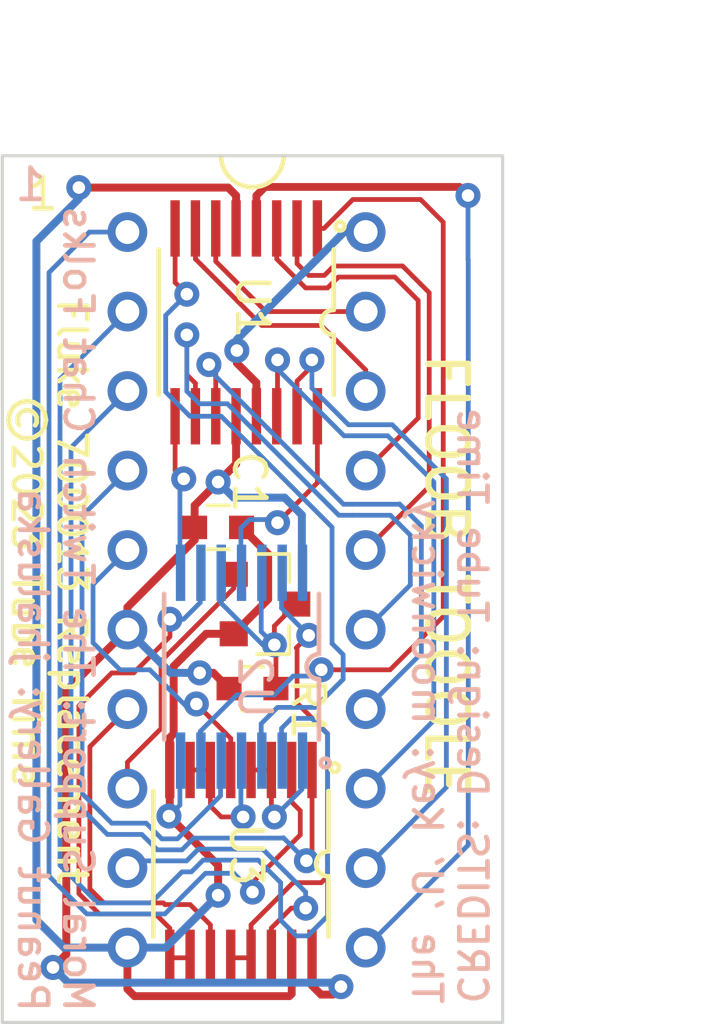
<source format=kicad_pcb>
(kicad_pcb (version 20211014) (generator pcbnew)
  (title_block (title "FLOOB TOOOLE") (comment 1 "http://creativecommons.org/licenses/by-sa/4.0/") (comment 2 "4.0 International License. To view a copy of the license, visit") (comment 3 "This work is licensed under the Creative Commons Attribution-ShareAlike") (comment 4 "Copyright (C) 2023 Tube Time"))
  (layers (0 "F.Cu" signal) (31 "B.Cu" signal) (34 "B.Paste" user) (35 "F.Paste" user) (36 "B.SilkS" user "B.Silkscreen") (37 "F.SilkS" user "F.Silkscreen") (38 "B.Mask" user) (39 "F.Mask" user) (44 "Edge.Cuts" user))
  (net 0 "")
  (net 1 "+5V")
  (net 2 "GND")
  (net 3 "/DB_A")
  (net 4 "/EN_A")
  (net 5 "/~{LATCH}")
  (net 6 "/EN_B")
  (net 7 "/DB_B")
  (net 8 "/DB_C")
  (net 9 "/~{EN_CD}")
  (net 10 "/DB_D")
  (net 11 "VEE")
  (net 12 "Net-(J1-Pad12)")
  (net 13 "Net-(J1-Pad13)")
  (net 14 "Net-(J1-Pad14)")
  (net 15 "Net-(J1-Pad15)")
  (net 16 "Net-(J1-Pad16)")
  (net 17 "Net-(J1-Pad17)")
  (net 18 "Net-(J1-Pad18)")
  (net 19 "VDD")
  (net 20 "Net-(Q1-Pad3)")
  (net 21 "Net-(U1-Pad9)")
  (net 22 "Net-(U1-Pad16)")
  (net 23 "Net-(U2-Pad9)")
  (net 24 "Net-(U1-Pad1)")
  (net 25 "Net-(U2-Pad4)")
  (net 26 "Net-(U2-Pad1)")
  (net 27 "Net-(U1-Pad8)")
  (net 28 "Net-(U2-Pad13)")
  (net 29 "Net-(J1-Pad19)")
  (footprint "Passive:CAPC1608X100" (layer "F.Cu") (at 143.9 89.85)
    (fp_text reference "C1" (at 1 -1.45 270 unlocked) (layer "F.SilkS"))
    (fp_text value "0.1uF")
    (fp_line (start -0.35 -0.7) (end 0.35 -0.7) (layer "F.SilkS") (width 0.12))
    (fp_line (start 0.35 0.7) (end -0.35 0.7) (layer "F.SilkS") (width 0.12))
    (pad "1" smd rect locked (at -0.75 0) (size 0.8 0.75) (layers "F.Cu" "F.Paste" "F.Mask") (net 1 "+5V"))
    (pad "2" smd rect locked (at 0.75 0) (size 0.8 0.75) (layers "F.Cu" "F.Paste" "F.Mask") (net 2 "GND"))
  )
  (footprint "Active:TSOP65P640X110-16" (layer "F.Cu") (at 144.8 83.3 -90)
    (fp_text reference "U1" (at -0.5 -0.2 -90 unlocked) (layer "F.SilkS"))
    (fp_text value "DG412xUE")
    (fp_line (start -2.325 2.8) (end 2.325 2.8) (layer "F.SilkS") (width 0.15))
    (fp_line (start 0.4 -2.8) (end 2.325 -2.8) (layer "F.SilkS") (width 0.15))
    (fp_line (start -2.325 -2.8) (end -0.4 -2.8) (layer "F.SilkS") (width 0.15))
    (fp_arc (start 0.4 -2.8) (mid 0 -2.4) (end -0.4 -2.8) (layer "F.SilkS") (width 0.15))
    (fp_circle (center -3.075 -3) (end -2.975 -2.9) (layer "F.SilkS") (width 0.15) (fill none))
    (pad "1" smd rect (at -3 -2.275 270) (size 1.8 0.3) (layers "F.Cu" "F.Paste" "F.Mask") (net 24 "Net-(U1-Pad1)"))
    (pad "2" smd rect (at -3 -1.625 270) (size 1.8 0.3) (layers "F.Cu" "F.Paste" "F.Mask") (net 16 "Net-(J1-Pad16)"))
    (pad "3" smd rect (at -3 -0.975 270) (size 1.8 0.3) (layers "F.Cu" "F.Paste" "F.Mask") (net 17 "Net-(J1-Pad17)"))
    (pad "4" smd rect (at -3 -0.325 270) (size 1.8 0.3) (layers "F.Cu" "F.Paste" "F.Mask") (net 11 "VEE"))
    (pad "5" smd rect (at -3 0.325 270) (size 1.8 0.3) (layers "F.Cu" "F.Paste" "F.Mask") (net 2 "GND"))
    (pad "6" smd rect (at -3 0.975 270) (size 1.8 0.3) (layers "F.Cu" "F.Paste" "F.Mask") (net 29 "Net-(J1-Pad19)"))
    (pad "7" smd rect (at -3 1.625 270) (size 1.8 0.3) (layers "F.Cu" "F.Paste" "F.Mask") (net 18 "Net-(J1-Pad18)"))
    (pad "8" smd rect (at -3 2.275 270) (size 1.8 0.3) (layers "F.Cu" "F.Paste" "F.Mask") (net 27 "Net-(U1-Pad8)"))
    (pad "9" smd rect (at 3 2.275 270) (size 1.8 0.3) (layers "F.Cu" "F.Paste" "F.Mask") (net 21 "Net-(U1-Pad9)"))
    (pad "10" smd rect (at 3 1.625 270) (size 1.8 0.3) (layers "F.Cu" "F.Paste" "F.Mask") (net 15 "Net-(J1-Pad15)"))
    (pad "11" smd rect (at 3 0.975 270) (size 1.8 0.3) (layers "F.Cu" "F.Paste" "F.Mask") (net 14 "Net-(J1-Pad14)"))
    (pad "12" smd rect (at 3 0.325 270) (size 1.8 0.3) (layers "F.Cu" "F.Paste" "F.Mask") (net 1 "+5V"))
    (pad "13" smd rect (at 3 -0.325 270) (size 1.8 0.3) (layers "F.Cu" "F.Paste" "F.Mask") (net 19 "VDD"))
    (pad "14" smd rect (at 3 -0.975 270) (size 1.8 0.3) (layers "F.Cu" "F.Paste" "F.Mask") (net 13 "Net-(J1-Pad13)"))
    (pad "15" smd rect (at 3 -1.625 270) (size 1.8 0.3) (layers "F.Cu" "F.Paste" "F.Mask") (net 12 "Net-(J1-Pad12)"))
    (pad "16" smd rect (at 3 -2.275 270) (size 1.8 0.3) (layers "F.Cu" "F.Paste" "F.Mask") (net 22 "Net-(U1-Pad16)"))
  )
  (footprint "Passive:RESC1608X55" (layer "F.Cu") (at 145 95)
    (fp_text reference "R1" (at 1.775 0.65 270 unlocked) (layer "F.SilkS"))
    (fp_text value "1K")
    (fp_line (start -0.35 -0.7) (end 0.35 -0.7) (layer "F.SilkS") (width 0.12))
    (fp_line (start 0.35 0.7) (end -0.35 0.7) (layer "F.SilkS") (width 0.12))
    (pad "1" smd rect locked (at -0.75 0) (size 0.8 0.75) (layers "F.Cu" "F.Paste" "F.Mask") (net 1 "+5V"))
    (pad "2" smd rect locked (at 0.75 0) (size 0.8 0.75) (layers "F.Cu" "F.Paste" "F.Mask") (net 20 "Net-(Q1-Pad3)"))
  )
  (footprint "Active:SOT95P230X117-3" (layer "F.Cu") (at 145.4 92.3)
    (fp_text reference "Q1" hide)
    (fp_text value "2N7002")
    (fp_line (start 0.775 1.6) (end -0.25 1.6) (layer "F.SilkS") (width 0.12))
    (fp_line (start 0.775 -1.6) (end -0.225 -1.6) (layer "F.SilkS") (width 0.12))
    (fp_line (start 0.775 -1.6) (end 0.775 -0.7) (layer "F.SilkS") (width 0.12))
    (fp_line (start 0.775 1.6) (end 0.775 0.7) (layer "F.SilkS") (width 0.12))
    (pad "1" smd rect locked (at -1 -0.95) (size 0.9 0.8) (layers "F.Cu" "F.Paste" "F.Mask") (net 9 "/~{EN_CD}"))
    (pad "2" smd rect locked (at -1 0.95) (size 0.9 0.8) (layers "F.Cu" "F.Paste" "F.Mask") (net 2 "GND"))
    (pad "3" smd rect locked (at 1 0) (size 0.9 0.8) (layers "F.Cu" "F.Paste" "F.Mask") (net 20 "Net-(Q1-Pad3)"))
  )
  (footprint "Active:TSOP65P640X110-16" (layer "F.Cu") (at 144.62929 100.6 -90)
    (fp_text reference "U3" (at -0.3 -0.17071 -90 unlocked) (layer "F.SilkS"))
    (fp_text value "74LS157")
    (fp_line (start -2.325 -2.8) (end -0.4 -2.8) (layer "F.SilkS") (width 0.15))
    (fp_line (start 0.4 -2.8) (end 2.325 -2.8) (layer "F.SilkS") (width 0.15))
    (fp_line (start -2.325 2.8) (end 2.325 2.8) (layer "F.SilkS") (width 0.15))
    (fp_arc (start 0.4 -2.8) (mid 0 -2.4) (end -0.4 -2.8) (layer "F.SilkS") (width 0.15))
    (fp_circle (center -3.075 -3) (end -2.975 -2.9) (layer "F.SilkS") (width 0.15) (fill none))
    (pad "1" smd rect (at -3 -2.275 270) (size 1.8 0.3) (layers "F.Cu" "F.Paste" "F.Mask") (net 5 "/~{LATCH}"))
    (pad "2" smd rect (at -3 -1.625 270) (size 1.8 0.3) (layers "F.Cu" "F.Paste" "F.Mask") (net 3 "/DB_A"))
    (pad "3" smd rect (at -3 -0.975 270) (size 1.8 0.3) (layers "F.Cu" "F.Paste" "F.Mask") (net 26 "Net-(U2-Pad1)"))
    (pad "4" smd rect (at -3 -0.325 270) (size 1.8 0.3) (layers "F.Cu" "F.Paste" "F.Mask") (net 26 "Net-(U2-Pad1)"))
    (pad "5" smd rect (at -3 0.325 270) (size 1.8 0.3) (layers "F.Cu" "F.Paste" "F.Mask") (net 7 "/DB_B"))
    (pad "6" smd rect (at -3 0.975 270) (size 1.8 0.3) (layers "F.Cu" "F.Paste" "F.Mask") (net 25 "Net-(U2-Pad4)"))
    (pad "7" smd rect (at -3 1.625 270) (size 1.8 0.3) (layers "F.Cu" "F.Paste" "F.Mask") (net 25 "Net-(U2-Pad4)"))
    (pad "8" smd rect (at -3 2.275 270) (size 1.8 0.3) (layers "F.Cu" "F.Paste" "F.Mask") (net 2 "GND"))
    (pad "9" smd rect (at 3 2.275 270) (size 1.8 0.3) (layers "F.Cu" "F.Paste" "F.Mask") (net 23 "Net-(U2-Pad9)"))
    (pad "10" smd rect (at 3 1.625 270) (size 1.8 0.3) (layers "F.Cu" "F.Paste" "F.Mask") (net 23 "Net-(U2-Pad9)"))
    (pad "11" smd rect (at 3 0.975 270) (size 1.8 0.3) (layers "F.Cu" "F.Paste" "F.Mask") (net 8 "/DB_C"))
    (pad "12" smd rect (at 3 0.325 270) (size 1.8 0.3) (layers "F.Cu" "F.Paste" "F.Mask") (net 28 "Net-(U2-Pad13)"))
    (pad "13" smd rect (at 3 -0.325 270) (size 1.8 0.3) (layers "F.Cu" "F.Paste" "F.Mask") (net 28 "Net-(U2-Pad13)"))
    (pad "14" smd rect (at 3 -0.975 270) (size 1.8 0.3) (layers "F.Cu" "F.Paste" "F.Mask") (net 10 "/DB_D"))
    (pad "15" smd rect (at 3 -1.625 270) (size 1.8 0.3) (layers "F.Cu" "F.Paste" "F.Mask") (net 2 "GND"))
    (pad "16" smd rect (at 3 -2.275 270) (size 1.8 0.3) (layers "F.Cu" "F.Paste" "F.Mask") (net 1 "+5V"))
  )
  (footprint "TOOOLE:DIP20" (layer "F.Cu") (at 141 80.415)
    (fp_text reference "J1" hide)
    (fp_text value "Conn_02x10_Counter_Clockwise" hide)
    (pad "1" thru_hole circle (at 0 0) (size 1.27 1.27) (drill 0.762) (layers *.Cu *.Mask) (net 3 "/DB_A"))
    (pad "2" thru_hole circle (at 0 2.54) (size 1.27 1.27) (drill 0.762) (layers *.Cu *.Mask) (net 4 "/EN_A"))
    (pad "3" thru_hole circle (at 0 5.08) (size 1.27 1.27) (drill 0.762) (layers *.Cu *.Mask) (net 5 "/~{LATCH}"))
    (pad "4" thru_hole circle (at 0 7.62) (size 1.27 1.27) (drill 0.762) (layers *.Cu *.Mask) (net 6 "/EN_B"))
    (pad "5" thru_hole circle (at 0 10.16) (size 1.27 1.27) (drill 0.762) (layers *.Cu *.Mask) (net 7 "/DB_B"))
    (pad "6" thru_hole circle (at 0 12.7) (size 1.27 1.27) (drill 0.762) (layers *.Cu *.Mask) (net 1 "+5V"))
    (pad "7" thru_hole circle (at 0 15.24) (size 1.27 1.27) (drill 0.762) (layers *.Cu *.Mask) (net 8 "/DB_C"))
    (pad "8" thru_hole circle (at 0 17.78) (size 1.27 1.27) (drill 0.762) (layers *.Cu *.Mask) (net 9 "/~{EN_CD}"))
    (pad "9" thru_hole circle (at 0 20.32) (size 1.27 1.27) (drill 0.762) (layers *.Cu *.Mask) (net 10 "/DB_D"))
    (pad "10" thru_hole circle (at 0 22.86) (size 1.27 1.27) (drill 0.762) (layers *.Cu *.Mask) (net 2 "GND"))
    (pad "11" thru_hole circle (at 7.62 22.86) (size 1.27 1.27) (drill 0.762) (layers *.Cu *.Mask) (net 11 "VEE"))
    (pad "12" thru_hole circle (at 7.62 20.32) (size 1.27 1.27) (drill 0.762) (layers *.Cu *.Mask) (net 12 "Net-(J1-Pad12)"))
    (pad "13" thru_hole circle (at 7.62 17.78) (size 1.27 1.27) (drill 0.762) (layers *.Cu *.Mask) (net 13 "Net-(J1-Pad13)"))
    (pad "14" thru_hole circle (at 7.62 15.24) (size 1.27 1.27) (drill 0.762) (layers *.Cu *.Mask) (net 14 "Net-(J1-Pad14)"))
    (pad "15" thru_hole circle (at 7.62 12.7) (size 1.27 1.27) (drill 0.762) (layers *.Cu *.Mask) (net 15 "Net-(J1-Pad15)"))
    (pad "16" thru_hole circle (at 7.62 10.16) (size 1.27 1.27) (drill 0.762) (layers *.Cu *.Mask) (net 16 "Net-(J1-Pad16)"))
    (pad "17" thru_hole circle (at 7.62 7.62) (size 1.27 1.27) (drill 0.762) (layers *.Cu *.Mask) (net 17 "Net-(J1-Pad17)"))
    (pad "18" thru_hole circle (at 7.62 5.08) (size 1.27 1.27) (drill 0.762) (layers *.Cu *.Mask) (net 18 "Net-(J1-Pad18)"))
    (pad "19" thru_hole circle (at 7.62 2.54) (size 1.27 1.27) (drill 0.762) (layers *.Cu *.Mask) (net 29 "Net-(J1-Pad19)"))
    (pad "20" thru_hole circle (at 7.62 0) (size 1.27 1.27) (drill 0.762) (layers *.Cu *.Mask) (net 19 "VDD"))
  )
  (footprint "Active:TSOP65P640X110-14" (layer "B.Cu") (at 144.65 94.3 90)
    (fp_text reference "U2" (at -0.65 0.425 270 unlocked) (layer "B.SilkS") (effects (justify mirror)))
    (fp_text value "SN74AHCT157PWR")
    (fp_line (start -2.325 2.475) (end -0.4 2.475) (layer "B.SilkS") (width 0.15))
    (fp_line (start -2.325 -2.475) (end 2.325 -2.475) (layer "B.SilkS") (width 0.15))
    (fp_line (start 0.4 2.475) (end 2.325 2.475) (layer "B.SilkS") (width 0.15))
    (fp_arc (start -0.4 2.475) (mid 0 2.075) (end 0.4 2.475) (layer "B.SilkS") (width 0.15))
    (fp_circle (center -3.075 2.675) (end -2.975 2.575) (layer "B.SilkS") (width 0.15) (fill none))
    (pad "1" smd rect (at -3 1.95 90) (size 1.8 0.3) (layers "B.Cu" "B.Paste" "B.Mask") (net 26 "Net-(U2-Pad1)"))
    (pad "2" smd rect (at -3 1.3 90) (size 1.8 0.3) (layers "B.Cu" "B.Paste" "B.Mask") (net 4 "/EN_A"))
    (pad "3" smd rect (at -3 0.65 90) (size 1.8 0.3) (layers "B.Cu" "B.Paste" "B.Mask") (net 27 "Net-(U1-Pad8)"))
    (pad "4" smd rect (at -3 0 90) (size 1.8 0.3) (layers "B.Cu" "B.Paste" "B.Mask") (net 25 "Net-(U2-Pad4)"))
    (pad "5" smd rect (at -3 -0.65 90) (size 1.8 0.3) (layers "B.Cu" "B.Paste" "B.Mask") (net 6 "/EN_B"))
    (pad "6" smd rect (at -3 -1.3 90) (size 1.8 0.3) (layers "B.Cu" "B.Paste" "B.Mask") (net 24 "Net-(U1-Pad1)"))
    (pad "7" smd rect (at -3 -1.95 90) (size 1.8 0.3) (layers "B.Cu" "B.Paste" "B.Mask") (net 2 "GND"))
    (pad "8" smd rect (at 3 -1.95 90) (size 1.8 0.3) (layers "B.Cu" "B.Paste" "B.Mask") (net 21 "Net-(U1-Pad9)"))
    (pad "9" smd rect (at 3 -1.3 90) (size 1.8 0.3) (layers "B.Cu" "B.Paste" "B.Mask") (net 23 "Net-(U2-Pad9)"))
    (pad "10" smd rect (at 3 -0.65 90) (size 1.8 0.3) (layers "B.Cu" "B.Paste" "B.Mask") (net 20 "Net-(Q1-Pad3)"))
    (pad "11" smd rect (at 3 0 90) (size 1.8 0.3) (layers "B.Cu" "B.Paste" "B.Mask") (net 22 "Net-(U1-Pad16)"))
    (pad "12" smd rect (at 3 0.65 90) (size 1.8 0.3) (layers "B.Cu" "B.Paste" "B.Mask") (net 20 "Net-(Q1-Pad3)"))
    (pad "13" smd rect (at 3 1.3 90) (size 1.8 0.3) (layers "B.Cu" "B.Paste" "B.Mask") (net 28 "Net-(U2-Pad13)"))
    (pad "14" smd rect (at 3 1.95 90) (size 1.8 0.3) (layers "B.Cu" "B.Paste" "B.Mask") (net 1 "+5V"))
  )
  (gr_arc (start 146 77.978) (mid 144.997507 78.980494) (end 143.995013 77.978) (layer "F.SilkS") (width 0.15))
  (gr_line (start 137 77.978) (end 153 77.978) (layer "Edge.Cuts") (width 0.1))
  (gr_line (start 153 77.978) (end 153 105.664) (layer "Edge.Cuts") (width 0.1))
  (gr_line (start 137 105.664) (end 137 77.978) (layer "Edge.Cuts") (width 0.1))
  (gr_line (start 153 105.664) (end 137 105.664) (layer "Edge.Cuts") (width 0.1))
  (gr_text "1" (at 137.9 78.9) (layer "B.SilkS") (effects (font (size 1 1)) (justify mirror)))
  (gr_text "Moral Support: The Twitch Chat Folks\nPeanut Gallery: jhaluska" (at 138.7 105.41 270) (layer "B.SilkS") (effects (font (size 0.9 0.9)) (justify left mirror)))
  (gr_text "CREDITS: Design: Tube Time\nThe 'U' Key: moonwicky" (at 151.3 105.156 270) (layer "B.SilkS") (effects (font (size 0.9 0.9)) (justify left mirror)))
  (gr_text "FLOOB TOOOLE" (at 151.2 91.4 270) (layer "F.SilkS") (effects (font (size 1.27 1.27) (thickness 0.2032))))
  (gr_text "1" (at 138.3 79.2) (layer "F.SilkS") (effects (font (size 1 1))))
  (gr_text "Fluke 700013 Replacement\n©2023 Tube Time" (at 138.5 91.9 270) (layer "F.SilkS") (effects (font (size 0.9 0.9) (thickness 0.1524))))
  (segment (start 143.310956 94.497304) (end 143.747304 94.497304) (width 0.254) (layer "F.Cu") (net 1))
  (segment (start 144.475 87.825) (end 143.9 88.4) (width 0.254) (layer "F.Cu") (net 1))
  (segment (start 147.191645 104.775) (end 146.90429 104.487645) (width 0.254) (layer "F.Cu") (net 1))
  (segment (start 141 92.4) (end 143.15 90.25) (width 0.254) (layer "F.Cu") (net 1))
  (segment (start 143.9 88.4) (end 143.15 89.15) (width 0.254) (layer "F.Cu") (net 1))
  (segment (start 139.04536 95.06964) (end 141 93.115) (width 0.254) (layer "F.Cu") (net 1))
  (segment (start 147.828 104.521) (end 147.574 104.775) (width 0.254) (layer "F.Cu") (net 1))
  (segment (start 144.475 86.3) (end 144.475 87.825) (width 0.254) (layer "F.Cu") (net 1))
  (segment (start 143.747304 94.497304) (end 144.25 95) (width 0.254) (layer "F.Cu") (net 1))
  (segment (start 146.90429 104.487645) (end 146.90429 103.6) (width 0.254) (layer "F.Cu") (net 1))
  (segment (start 141 93.115) (end 141 92.4) (width 0.254) (layer "F.Cu") (net 1))
  (segment (start 147.574 104.775) (end 147.191645 104.775) (width 0.254) (layer "F.Cu") (net 1))
  (segment (start 139.04536 103.48399) (end 139.04536 95.06964) (width 0.254) (layer "F.Cu") (net 1))
  (segment (start 138.620314 103.909036) (end 139.04536 103.48399) (width 0.254) (layer "F.Cu") (net 1))
  (segment (start 143.15 89.15) (end 143.15 89.85) (width 0.254) (layer "F.Cu") (net 1))
  (segment (start 143.15 90.25) (end 143.15 89.85) (width 0.254) (layer "F.Cu") (net 1))
  (via (at 143.9 88.4) (size 0.8) (drill 0.4) (layers "F.Cu" "B.Cu") (net 1))
  (via (at 138.620314 103.909036) (size 0.8) (drill 0.4) (layers "F.Cu" "B.Cu") (net 1))
  (via (at 143.310956 94.497304) (size 0.8) (drill 0.4) (layers "F.Cu" "B.Cu") (net 1))
  (via (at 147.828 104.521) (size 0.8) (drill 0.4) (layers "F.Cu" "B.Cu") (net 1))
  (segment (start 146.57929 89.451847) (end 146.027443 88.9) (width 0.254) (layer "B.Cu") (net 1))
  (segment (start 147.828 104.521) (end 147.701 104.394) (width 0.254) (layer "B.Cu") (net 1))
  (segment (start 146.57929 91.3) (end 146.57929 89.451847) (width 0.254) (layer "B.Cu") (net 1))
  (segment (start 142.382304 94.497304) (end 141 93.115) (width 0.254) (layer "B.Cu") (net 1))
  (segment (start 146.027443 88.9) (end 144.4 88.9) (width 0.254) (layer "B.Cu") (net 1))
  (segment (start 143.310956 94.497304) (end 142.382304 94.497304) (width 0.254) (layer "B.Cu") (net 1))
  (segment (start 144.4 88.9) (end 143.9 88.4) (width 0.254) (layer "B.Cu") (net 1))
  (segment (start 139.105278 104.394) (end 138.620314 103.909036) (width 0.254) (layer "B.Cu") (net 1))
  (segment (start 147.701 104.394) (end 139.105278 104.394) (width 0.254) (layer "B.Cu") (net 1))
  (segment (start 143.517222 93.25) (end 144.4 93.25) (width 0.254) (layer "F.Cu") (net 2))
  (segment (start 141 103.275) (end 141 104.6) (width 0.25) (layer "F.Cu") (net 2))
  (segment (start 142.35429 99.04571) (end 142.327793 99.072207) (width 0.254) (layer "F.Cu") (net 2))
  (segment (start 144.4 93.25) (end 145.5 92.15) (width 0.254) (layer "F.Cu") (net 2))
  (segment (start 145.5 90.7) (end 144.65 89.85) (width 0.254) (layer "F.Cu") (net 2))
  (segment (start 146.25429 104.75429) (end 146.25429 103.6) (width 0.25) (layer "F.Cu") (net 2))
  (segment (start 142.478431 96.443969) (end 142.478431 94.288791) (width 0.254) (layer "F.Cu") (net 2))
  (segment (start 142.35429 96.56811) (end 142.478431 96.443969) (width 0.254) (layer "F.Cu") (net 2))
  (segment (start 141.224511 104.824511) (end 146.184069 104.824511) (width 0.25) (layer "F.Cu") (net 2))
  (segment (start 142.35429 97.6) (end 142.35429 99.04571) (width 0.254) (layer "F.Cu") (net 2))
  (segment (start 143.9 101.6) (end 143.9 100.644414) (width 0.254) (layer "F.Cu") (net 2))
  (segment (start 145.5 92.15) (end 145.5 90.7) (width 0.254) (layer "F.Cu") (net 2))
  (segment (start 142.35429 97.6) (end 142.35429 96.56811) (width 0.254) (layer "F.Cu") (net 2))
  (segment (start 146.184069 104.824511) (end 146.25429 104.75429) (width 0.25) (layer "F.Cu") (net 2))
  (segment (start 144.222022 78.994) (end 144.475 79.246978) (width 0.254) (layer "F.Cu") (net 2))
  (segment (start 139.446 78.994) (end 144.222022 78.994) (width 0.254) (layer "F.Cu") (net 2))
  (segment (start 143.9 100.644414) (end 142.327793 99.072207) (width 0.254) (layer "F.Cu") (net 2))
  (segment (start 142.478431 94.288791) (end 143.517222 93.25) (width 0.254) (layer "F.Cu") (net 2))
  (segment (start 141 104.6) (end 141.224511 104.824511) (width 0.25) (layer "F.Cu") (net 2))
  (segment (start 144.475 79.246978) (end 144.475 80.3) (width 0.254) (layer "F.Cu") (net 2))
  (via (at 142.327793 99.072207) (size 0.8) (drill 0.4) (layers "F.Cu" "B.Cu") (net 2))
  (via (at 139.446 78.994) (size 0.8) (drill 0.4) (layers "F.Cu" "B.Cu") (net 2))
  (via (at 143.9 101.6) (size 0.8) (drill 0.4) (layers "F.Cu" "B.Cu") (net 2))
  (segment (start 142.67929 98.72071) (end 142.67929 97.3) (width 0.1524) (layer "B.Cu") (net 2))
  (segment (start 139.446 79.354) (end 138.0896 80.7104) (width 0.254) (layer "B.Cu") (net 2))
  (segment (start 138.0896 102.3896) (end 138.975 103.275) (width 0.254) (layer "B.Cu") (net 2))
  (segment (start 138.975 103.275) (end 141 103.275) (width 0.254) (layer "B.Cu") (net 2))
  (segment (start 142.225 103.275) (end 143.9 101.6) (width 0.254) (layer "B.Cu") (net 2))
  (segment (start 142.327793 99.072207) (end 142.67929 98.72071) (width 0.1524) (layer "B.Cu") (net 2))
  (segment (start 139.446 78.994) (end 139.446 79.354) (width 0.254) (layer "B.Cu") (net 2))
  (segment (start 138.0896 80.7104) (end 138.0896 102.3896) (width 0.254) (layer "B.Cu") (net 2))
  (segment (start 141 103.275) (end 142.225 103.275) (width 0.254) (layer "B.Cu") (net 2))
  (segment (start 146.527801 99.672199) (end 145 101.2) (width 0.1524) (layer "F.Cu") (net 3))
  (segment (start 146.527801 98.9) (end 146.527801 99.672199) (width 0.1524) (layer "F.Cu") (net 3))
  (segment (start 146.25429 97.6) (end 146.25429 98.626489) (width 0.1524) (layer "F.Cu") (net 3))
  (segment (start 145 101.2) (end 145 101.5) (width 0.1524) (layer "F.Cu") (net 3))
  (segment (start 146.25429 98.626489) (end 146.527801 98.9) (width 0.1524) (layer "F.Cu") (net 3))
  (via (at 145 101.5) (size 0.8) (drill 0.4) (layers "F.Cu" "B.Cu") (net 3))
  (segment (start 141 80.415) (end 139.785 80.415) (width 0.1524) (layer "B.Cu") (net 3))
  (segment (start 138.49232 100.99232) (end 139.699289 102.199289) (width 0.1524) (layer "B.Cu") (net 3))
  (segment (start 138.49232 81.70768) (end 138.49232 100.99232) (width 0.1524) (layer "B.Cu") (net 3))
  (segment (start 139.699289 102.199289) (end 142.198401 102.199289) (width 0.1524) (layer "B.Cu") (net 3))
  (segment (start 143.49769 100.9) (end 144.4 100.9) (width 0.1524) (layer "B.Cu") (net 3))
  (segment (start 144.4 100.9) (end 145 101.5) (width 0.1524) (layer "B.Cu") (net 3))
  (segment (start 142.198401 102.199289) (end 143.49769 100.9) (width 0.1524) (layer "B.Cu") (net 3))
  (segment (start 139.785 80.415) (end 138.49232 81.70768) (width 0.1524) (layer "B.Cu") (net 3))
  (segment (start 146.768399 102.9) (end 147.4 102.268399) (width 0.1524) (layer "B.Cu") (net 4))
  (segment (start 145.92929 96.27071) (end 145.92929 97.3) (width 0.1524) (layer "B.Cu") (net 4))
  (segment (start 141.752631 101.847369) (end 142.74424 100.85576) (width 0.1524) (layer "B.Cu") (net 4))
  (segment (start 143.420449 100.479551) (end 145.181861 100.479551) (width 0.1524) (layer "B.Cu") (net 4))
  (segment (start 145.9 101.19769) (end 145.9 102.4) (width 0.1524) (layer "B.Cu") (net 4))
  (segment (start 145.9 102.4) (end 146.4 102.9) (width 0.1524) (layer "B.Cu") (net 4))
  (segment (start 138.84424 100.64424) (end 140.047369 101.847369) (width 0.1524) (layer "B.Cu") (net 4))
  (segment (start 146.9 95.95192) (end 146.24808 95.95192) (width 0.1524) (layer "B.Cu") (net 4))
  (segment (start 138.84424 85.11076) (end 138.84424 100.64424) (width 0.1524) (layer "B.Cu") (net 4))
  (segment (start 146.4 102.9) (end 146.768399 102.9) (width 0.1524) (layer "B.Cu") (net 4))
  (segment (start 147.4 102.268399) (end 147.4 96.45192) (width 0.1524) (layer "B.Cu") (net 4))
  (segment (start 141 82.955) (end 138.84424 85.11076) (width 0.1524) (layer "B.Cu") (net 4))
  (segment (start 140.047369 101.847369) (end 141.752631 101.847369) (width 0.1524) (layer "B.Cu") (net 4))
  (segment (start 145.181861 100.479551) (end 145.9 101.19769) (width 0.1524) (layer "B.Cu") (net 4))
  (segment (start 146.24808 95.95192) (end 145.92929 96.27071) (width 0.1524) (layer "B.Cu") (net 4))
  (segment (start 143.04424 100.85576) (end 143.420449 100.479551) (width 0.1524) (layer "B.Cu") (net 4))
  (segment (start 147.4 96.45192) (end 146.9 95.95192) (width 0.1524) (layer "B.Cu") (net 4))
  (segment (start 142.74424 100.85576) (end 143.04424 100.85576) (width 0.1524) (layer "B.Cu") (net 4))
  (segment (start 146.90429 97.6) (end 146.90429 100.32001) (width 0.1524) (layer "F.Cu") (net 5))
  (segment (start 146.90429 100.32001) (end 146.7243 100.5) (width 0.1524) (layer "F.Cu") (net 5))
  (via (at 146.7243 100.5) (size 0.8) (drill 0.4) (layers "F.Cu" "B.Cu") (net 5))
  (segment (start 142.74577 100.15192) (end 141.95423 100.15192) (width 0.1524) (layer "B.Cu") (net 5))
  (segment (start 146.7243 100.5) (end 145.98995 99.76565) (width 0.1524) (layer "B.Cu") (net 5))
  (segment (start 143.121979 99.775711) (end 142.74577 100.15192) (width 0.1524) (layer "B.Cu") (net 5))
  (segment (start 145.98995 99.76565) (end 145.97989 99.775711) (width 0.1524) (layer "B.Cu") (net 5))
  (segment (start 145.97989 99.775711) (end 143.121979 99.775711) (width 0.1524) (layer "B.Cu") (net 5))
  (segment (start 141.95423 100.15192) (end 141.461599 99.659289) (width 0.1524) (layer "B.Cu") (net 5))
  (segment (start 139.19616 87.29884) (end 141 85.495) (width 0.1524) (layer "B.Cu") (net 5))
  (segment (start 139.19616 98.49616) (end 139.19616 87.29884) (width 0.1524) (layer "B.Cu") (net 5))
  (segment (start 140.359289 99.659289) (end 139.19616 98.49616) (width 0.1524) (layer "B.Cu") (net 5))
  (segment (start 141.461599 99.659289) (end 140.359289 99.659289) (width 0.1524) (layer "B.Cu") (net 5))
  (segment (start 140.5 99.3) (end 139.54808 98.34808) (width 0.1524) (layer "B.Cu") (net 6))
  (segment (start 139.54808 89.48692) (end 141 88.035) (width 0.1524) (layer "B.Cu") (net 6))
  (segment (start 142.6 99.8) (end 142.1 99.8) (width 0.1524) (layer "B.Cu") (net 6))
  (segment (start 139.54808 98.34808) (end 139.54808 89.48692) (width 0.1524) (layer "B.Cu") (net 6))
  (segment (start 141.6 99.3) (end 140.5 99.3) (width 0.1524) (layer "B.Cu") (net 6))
  (segment (start 142.1 99.8) (end 141.6 99.3) (width 0.1524) (layer "B.Cu") (net 6))
  (segment (start 143.97929 98.42071) (end 142.6 99.8) (width 0.1524) (layer "B.Cu") (net 6))
  (segment (start 143.97929 97.3) (end 143.97929 98.42071) (width 0.1524) (layer "B.Cu") (net 6))
  (segment (start 144.30429 96.590526) (end 144.30429 97.6) (width 0.1524) (layer "F.Cu") (net 7))
  (segment (start 143.204931 95.491167) (end 144.30429 96.590526) (width 0.1524) (layer "F.Cu") (net 7))
  (via (at 143.204931 95.491167) (size 0.8) (drill 0.4) (layers "F.Cu" "B.Cu") (net 7))
  (segment (start 143.1 95.6) (end 143.204931 95.495069) (width 0.1524) (layer "B.Cu") (net 7))
  (segment (start 141.715468 94.4) (end 142.915468 95.6) (width 0.1524) (layer "B.Cu") (net 7))
  (segment (start 139.9 93.536286) (end 140.763714 94.4) (width 0.1524) (layer "B.Cu") (net 7))
  (segment (start 142.915468 95.6) (end 143.1 95.6) (width 0.1524) (layer "B.Cu") (net 7))
  (segment (start 141 90.575) (end 139.9 91.675) (width 0.1524) (layer "B.Cu") (net 7))
  (segment (start 143.204931 95.495069) (end 143.204931 95.491167) (width 0.1524) (layer "B.Cu") (net 7))
  (segment (start 140.763714 94.4) (end 141.715468 94.4) (width 0.1524) (layer "B.Cu") (net 7))
  (segment (start 139.9 91.675) (end 139.9 93.536286) (width 0.1524) (layer "B.Cu") (net 7))
  (segment (start 143.00669 101.9) (end 143.65429 102.5476) (width 0.1524) (layer "F.Cu") (net 8))
  (segment (start 142.2 101.9) (end 143.00669 101.9) (width 0.1524) (layer "F.Cu") (net 8))
  (segment (start 141 95.655) (end 139.8 96.855) (width 0.1524) (layer "F.Cu") (net 8))
  (segment (start 143.65429 102.5476) (end 143.65429 103.6) (width 0.1524) (layer "F.Cu") (net 8))
  (segment (start 139.8 101.4) (end 140.247369 101.847369) (width 0.1524) (layer "F.Cu") (net 8))
  (segment (start 139.8 96.855) (end 139.8 101.4) (width 0.1524) (layer "F.Cu") (net 8))
  (segment (start 142.147369 101.847369) (end 142.2 101.9) (width 0.1524) (layer "F.Cu") (net 8))
  (segment (start 140.247369 101.847369) (end 142.147369 101.847369) (width 0.1524) (layer "F.Cu") (net 8))
  (segment (start 142.075711 94.121979) (end 144.4 91.79769) (width 0.1524) (layer "F.Cu") (net 9))
  (segment (start 142.075711 96.277157) (end 142.075711 94.121979) (width 0.1524) (layer "F.Cu") (net 9))
  (segment (start 141 97.352868) (end 142.075711 96.277157) (width 0.1524) (layer "F.Cu") (net 9))
  (segment (start 141 98.195) (end 141 97.352868) (width 0.1524) (layer "F.Cu") (net 9))
  (segment (start 144.4 91.79769) (end 144.4 91.35) (width 0.1524) (layer "F.Cu") (net 9))
  (segment (start 146.7 102.012798) (end 146.24007 102.012798) (width 0.1524) (layer "F.Cu") (net 10))
  (segment (start 146.24007 102.012798) (end 145.60429 102.648578) (width 0.1524) (layer "F.Cu") (net 10))
  (segment (start 145.60429 102.648578) (end 145.60429 103.6) (width 0.1524) (layer "F.Cu") (net 10))
  (via (at 146.7 102.012798) (size 0.8) (drill 0.4) (layers "F.Cu" "B.Cu") (net 10))
  (segment (start 146.7 102.012798) (end 146.7 101.5) (width 0.1524) (layer "B.Cu") (net 10))
  (segment (start 141.23116 100.50384) (end 141 100.735) (width 0.1524) (layer "B.Cu") (net 10))
  (segment (start 146.7 101.5) (end 145.327631 100.127631) (width 0.1524) (layer "B.Cu") (net 10))
  (segment (start 145.327631 100.127631) (end 143.267749 100.127631) (width 0.1524) (layer "B.Cu") (net 10))
  (segment (start 142.89154 100.50384) (end 141.23116 100.50384) (width 0.1524) (layer "B.Cu") (net 10))
  (segment (start 143.267749 100.127631) (end 142.89154 100.50384) (width 0.1524) (layer "B.Cu") (net 10))
  (segment (start 145.125 79.250978) (end 145.125 80.3) (width 0.25) (layer "F.Cu") (net 11))
  (segment (start 151.892 79.248) (end 151.61828 78.97428) (width 0.25) (layer "F.Cu") (net 11))
  (segment (start 145.401698 78.97428) (end 145.125 79.250978) (width 0.25) (layer "F.Cu") (net 11))
  (segment (start 151.61828 78.97428) (end 145.401698 78.97428) (width 0.25) (layer "F.Cu") (net 11))
  (via (at 151.892 79.248) (size 0.8) (drill 0.4) (layers "F.Cu" "B.Cu") (net 11))
  (segment (start 151.9 99.995) (end 148.62 103.275) (width 0.1524) (layer "B.Cu") (net 11))
  (segment (start 151.9 81.3) (end 151.9 99.995) (width 0.1524) (layer "B.Cu") (net 11))
  (segment (start 151.892 81.292) (end 151.9 81.3) (width 0.1524) (layer "B.Cu") (net 11))
  (segment (start 151.892 79.248) (end 151.892 81.292) (width 0.1524) (layer "B.Cu") (net 11))
  (segment (start 146.9 84.7) (end 146.425 85.175) (width 0.1524) (layer "F.Cu") (net 12))
  (segment (start 146.425 85.175) (end 146.425 86.3) (width 0.1524) (layer "F.Cu") (net 12))
  (segment (start 146.9 84.5) (end 146.9 84.7) (width 0.1524) (layer "F.Cu") (net 12))
  (via (at 146.9 84.5) (size 0.8) (drill 0.4) (layers "F.Cu" "B.Cu") (net 12))
  (segment (start 151.2 88.30231) (end 151.2 98.155) (width 0.1524) (layer "B.Cu") (net 12))
  (segment (start 151.2 98.155) (end 148.62 100.735) (width 0.1524) (layer "B.Cu") (net 12))
  (segment (start 148.070711 86.570711) (end 149.468401 86.570711) (width 0.1524) (layer "B.Cu") (net 12))
  (segment (start 146.9 84.5) (end 146.9 85.4) (width 0.1524) (layer "B.Cu") (net 12))
  (segment (start 146.9 85.4) (end 148.070711 86.570711) (width 0.1524) (layer "B.Cu") (net 12))
  (segment (start 149.468401 86.570711) (end 151.2 88.30231) (width 0.1524) (layer "B.Cu") (net 12))
  (segment (start 145.8 86.275) (end 145.775 86.3) (width 0.1524) (layer "F.Cu") (net 13))
  (segment (start 145.8 84.5) (end 145.8 86.275) (width 0.1524) (layer "F.Cu") (net 13))
  (via (at 145.8 84.5) (size 0.8) (drill 0.4) (layers "F.Cu" "B.Cu") (net 13))
  (segment (start 150.8 96.015) (end 148.62 98.195) (width 0.1524) (layer "B.Cu") (net 13))
  (segment (start 149.322631 86.922631) (end 150.8 88.4) (width 0.1524) (layer "B.Cu") (net 13))
  (segment (start 147.924941 86.922631) (end 149.322631 86.922631) (width 0.1524) (layer "B.Cu") (net 13))
  (segment (start 150.8 88.4) (end 150.8 96.015) (width 0.1524) (layer "B.Cu") (net 13))
  (segment (start 145.8 84.5) (end 145.8 84.79769) (width 0.1524) (layer "B.Cu") (net 13))
  (segment (start 145.8 84.79769) (end 147.924941 86.922631) (width 0.1524) (layer "B.Cu") (net 13))
  (segment (start 143.825 84.865973) (end 143.825 86.3) (width 0.1524) (layer "F.Cu") (net 14))
  (segment (start 143.606018 84.646991) (end 143.825 84.865973) (width 0.1524) (layer "F.Cu") (net 14))
  (via (at 143.606018 84.646991) (size 0.8) (drill 0.4) (layers "F.Cu" "B.Cu") (net 14))
  (segment (start 149.689289 89.110711) (end 148.2 89.110711) (width 0.1524) (layer "B.Cu") (net 14))
  (segment (start 148.62 95.655) (end 150.4 93.875) (width 0.1524) (layer "B.Cu") (net 14))
  (segment (start 150.4 89.8) (end 149.7 89.1) (width 0.1524) (layer "B.Cu") (net 14))
  (segment (start 143.606018 84.806018) (end 143.606018 84.646991) (width 0.1524) (layer "B.Cu") (net 14))
  (segment (start 150.4 93.875) (end 150.4 91.4) (width 0.1524) (layer "B.Cu") (net 14))
  (segment (start 150.4 91.4) (end 150.4 89.8) (width 0.1524) (layer "B.Cu") (net 14))
  (segment (start 148.2 89.110711) (end 147.910711 89.110711) (width 0.1524) (layer "B.Cu") (net 14))
  (segment (start 149.7 89.1) (end 149.689289 89.110711) (width 0.1524) (layer "B.Cu") (net 14))
  (segment (start 146.9 88.1) (end 143.606018 84.806018) (width 0.1524) (layer "B.Cu") (net 14))
  (segment (start 147.910711 89.110711) (end 146.9 88.1) (width 0.1524) (layer "B.Cu") (net 14))
  (segment (start 142.9 84.9726) (end 143.175 85.2476) (width 0.1524) (layer "F.Cu") (net 15))
  (segment (start 142.9 83.7) (end 142.9 84.9726) (width 0.1524) (layer "F.Cu") (net 15))
  (segment (start 143.175 85.2476) (end 143.175 86.3) (width 0.1524) (layer "F.Cu") (net 15))
  (via (at 142.9 83.7) (size 0.8) (drill 0.4) (layers "F.Cu" "B.Cu") (net 15))
  (segment (start 147.762631 89.462631) (end 144.6 86.3) (width 0.1524) (layer "B.Cu") (net 15))
  (segment (start 143.3 85.9) (end 142.9 85.5) (width 0.1524) (layer "B.Cu") (net 15))
  (segment (start 150.04808 91.68692) (end 150.04808 90.1) (width 0.1524) (layer "B.Cu") (net 15))
  (segment (start 144.6 86.3) (end 144.2 85.9) (width 0.1524) (layer "B.Cu") (net 15))
  (segment (start 148.62 93.115) (end 150.04808 91.68692) (width 0.1524) (layer "B.Cu") (net 15))
  (segment (start 142.9 85.5) (end 142.9 83.7) (width 0.1524) (layer "B.Cu") (net 15))
  (segment (start 150.04808 90.1) (end 149.410711 89.462631) (width 0.1524) (layer "B.Cu") (net 15))
  (segment (start 148.2 89.462631) (end 147.762631 89.462631) (width 0.1524) (layer "B.Cu") (net 15))
  (segment (start 149.410711 89.462631) (end 148.2 89.462631) (width 0.1524) (layer "B.Cu") (net 15))
  (segment (start 144.2 85.9) (end 143.6 85.9) (width 0.1524) (layer "B.Cu") (net 15))
  (segment (start 143.6 85.9) (end 143.3 85.9) (width 0.1524) (layer "B.Cu") (net 15))
  (segment (start 150.65192 82.35192) (end 150.65192 88.54308) (width 0.1524) (layer "F.Cu") (net 16))
  (segment (start 146.425 80.3) (end 146.425 81.425) (width 0.1524) (layer "F.Cu") (net 16))
  (segment (start 147.3 81.8) (end 147.6 81.5) (width 0.1524) (layer "F.Cu") (net 16))
  (segment (start 146.8 81.8) (end 147.3 81.8) (width 0.1524) (layer "F.Cu") (net 16))
  (segment (start 147.6 81.5) (end 149.8 81.5) (width 0.1524) (layer "F.Cu") (net 16))
  (segment (start 146.425 81.425) (end 146.8 81.8) (width 0.1524) (layer "F.Cu") (net 16))
  (segment (start 150.65192 88.54308) (end 148.62 90.575) (width 0.1524) (layer "F.Cu") (net 16))
  (segment (start 149.8 81.5) (end 150.65192 82.35192) (width 0.1524) (layer "F.Cu") (net 16))
  (segment (start 147.74808 81.85192) (end 149.55192 81.85192) (width 0.1524) (layer "F.Cu") (net 17))
  (segment (start 147.4 82.2) (end 147.74808 81.85192) (width 0.1524) (layer "F.Cu") (net 17))
  (segment (start 150.3 86.355) (end 148.62 88.035) (width 0.1524) (layer "F.Cu") (net 17))
  (segment (start 145.775 80.3) (end 145.775 81.275) (width 0.1524) (layer "F.Cu") (net 17))
  (segment (start 149.55192 81.85192) (end 150.3 82.6) (width 0.1524) (layer "F.Cu") (net 17))
  (segment (start 145.775 81.275) (end 146.7 82.2) (width 0.1524) (layer "F.Cu") (net 17))
  (segment (start 150.3 82.6) (end 150.3 86.355) (width 0.1524) (layer "F.Cu") (net 17))
  (segment (start 146.7 82.2) (end 147.4 82.2) (width 0.1524) (layer "F.Cu") (net 17))
  (segment (start 148.62 84.82) (end 148.62 85.495) (width 0.1524) (layer "F.Cu") (net 18))
  (segment (start 143.175 81.275) (end 145.3 83.4) (width 0.1524) (layer "F.Cu") (net 18))
  (segment (start 147.2 83.4) (end 148.62 84.82) (width 0.1524) (layer "F.Cu") (net 18))
  (segment (start 143.175 80.3) (end 143.175 81.275) (width 0.1524) (layer "F.Cu") (net 18))
  (segment (start 145.3 83.4) (end 147.2 83.4) (width 0.1524) (layer "F.Cu") (net 18))
  (segment (start 145.125 85.225) (end 145.125 86.3) (width 0.25) (layer "F.Cu") (net 19))
  (segment (start 144.5 84.2) (end 144.5 84.6) (width 0.25) (layer "F.Cu") (net 19))
  (segment (start 144.5 84.6) (end 145.125 85.225) (width 0.25) (layer "F.Cu") (net 19))
  (via (at 144.5 84.2) (size 0.8) (drill 0.4) (layers "F.Cu" "B.Cu") (net 19))
  (segment (start 147.931 80.415) (end 148.62 80.415) (width 0.25) (layer "B.Cu") (net 19))
  (segment (start 144.5 84.2) (end 144.5 83.846) (width 0.25) (layer "B.Cu") (net 19))
  (segment (start 144.5 83.846) (end 147.931 80.415) (width 0.25) (layer "B.Cu") (net 19))
  (segment (start 145.75 95) (end 145.75 93.65) (width 0.1524) (layer "F.Cu") (net 20))
  (segment (start 145.7 93) (end 146.4 92.3) (width 0.1524) (layer "F.Cu") (net 20))
  (segment (start 145.7 93.6) (end 145.7 93) (width 0.1524) (layer "F.Cu") (net 20))
  (segment (start 145.75 93.65) (end 145.7 93.6) (width 0.1524) (layer "F.Cu") (net 20))
  (via (at 145.7 93.6) (size 0.8) (drill 0.4) (layers "F.Cu" "B.Cu") (net 20))
  (segment (start 145.7 93.6) (end 145.27929 93.17929) (width 0.1524) (layer "B.Cu") (net 20))
  (segment (start 143.97929 92.251422) (end 143.97929 91.3) (width 0.1524) (layer "B.Cu") (net 20))
  (segment (start 145.27929 93.17929) (end 145.27929 91.3) (width 0.1524) (layer "B.Cu") (net 20))
  (segment (start 145.327868 93.6) (end 143.97929 92.251422) (width 0.1524) (layer "B.Cu") (net 20))
  (segment (start 145.7 93.6) (end 145.327868 93.6) (width 0.1524) (layer "B.Cu") (net 20))
  (segment (start 142.525 88.025) (end 142.8 88.3) (width 0.1524) (layer "F.Cu") (net 21))
  (segment (start 142.525 86.3) (end 142.525 88.025) (width 0.1524) (layer "F.Cu") (net 21))
  (via (at 142.8 88.3) (size 0.8) (drill 0.4) (layers "F.Cu" "B.Cu") (net 21))
  (segment (start 142.8 88.3) (end 142.67929 88.42071) (width 0.1524) (layer "B.Cu") (net 21))
  (segment (start 142.67929 88.42071) (end 142.67929 91.3) (width 0.1524) (layer "B.Cu") (net 21))
  (segment (start 145.8 89.7) (end 147.075 88.425) (width 0.1524) (layer "F.Cu") (net 22))
  (segment (start 147.075 88.425) (end 147.075 86.3) (width 0.1524) (layer "F.Cu") (net 22))
  (via (at 145.8 89.7) (size 0.8) (drill 0.4) (layers "F.Cu" "B.Cu") (net 22))
  (segment (start 145.7 89.6) (end 144.9 89.6) (width 0.1524) (layer "B.Cu") (net 22))
  (segment (start 144.9 89.6) (end 144.62929 89.87071) (width 0.1524) (layer "B.Cu") (net 22))
  (segment (start 144.62929 89.87071) (end 144.62929 91.3) (width 0.1524) (layer "B.Cu") (net 22))
  (segment (start 145.8 89.7) (end 145.7 89.6) (width 0.1524) (layer "B.Cu") (net 22))
  (segment (start 143.00429 103.6) (end 142.35429 103.6) (width 0.1524) (layer "F.Cu") (net 23))
  (segment (start 140.099289 102.199289) (end 141.899289 102.199289) (width 0.1524) (layer "F.Cu") (net 23))
  (segment (start 139.44808 101.54808) (end 140.099289 102.199289) (width 0.1524) (layer "F.Cu") (net 23))
  (segment (start 141.2 94.5) (end 140.5 94.5) (width 0.1524) (layer "F.Cu") (net 23))
  (segment (start 140.5 94.5) (end 139.44808 95.55192) (width 0.1524) (layer "F.Cu") (net 23))
  (segment (start 142.35429 102.65429) (end 142.35429 103.6) (width 0.1524) (layer "F.Cu") (net 23))
  (segment (start 139.44808 95.55192) (end 139.44808 101.54808) (width 0.1524) (layer "F.Cu") (net 23))
  (segment (start 142.360143 92.785427) (end 142.360143 93.339857) (width 0.1524) (layer "F.Cu") (net 23))
  (segment (start 141.899289 102.199289) (end 142.35429 102.65429) (width 0.1524) (layer "F.Cu") (net 23))
  (segment (start 142.360143 93.339857) (end 141.2 94.5) (width 0.1524) (layer "F.Cu") (net 23))
  (via (at 142.360143 92.785427) (size 0.8) (drill 0.4) (layers "F.Cu" "B.Cu") (net 23))
  (segment (start 143.32929 92.251422) (end 143.32929 91.3) (width 0.1524) (layer "B.Cu") (net 23))
  (segment (start 142.360143 92.785427) (end 142.795285 92.785427) (width 0.1524) (layer "B.Cu") (net 23))
  (segment (start 142.795285 92.785427) (end 143.32929 92.251422) (width 0.1524) (layer "B.Cu") (net 23))
  (segment (start 147.284 80.3) (end 147.075 80.3) (width 0.1524) (layer "F.Cu") (net 24))
  (segment (start 151.1 80.1) (end 150.375 79.375) (width 0.1524) (layer "F.Cu") (net 24))
  (segment (start 149.4 94.4) (end 151.1 92.7) (width 0.1524) (layer "F.Cu") (net 24))
  (segment (start 151.1 92.7) (end 151.1 80.1) (width 0.1524) (layer "F.Cu") (net 24))
  (segment (start 147.2 94.4) (end 149.4 94.4) (width 0.1524) (layer "F.Cu") (net 24))
  (segment (start 148.209 79.375) (end 147.284 80.3) (width 0.1524) (layer "F.Cu") (net 24))
  (segment (start 150.375 79.375) (end 148.209 79.375) (width 0.1524) (layer "F.Cu") (net 24))
  (via (at 147.2 94.4) (size 0.8) (drill 0.4) (layers "F.Cu" "B.Cu") (net 24))
  (segment (start 144.5 95.2) (end 145.7 95.2) (width 0.1524) (layer "B.Cu") (net 24))
  (segment (start 143.32929 96.37071) (end 144.5 95.2) (width 0.1524) (layer "B.Cu") (net 24))
  (segment (start 143.32929 97.3) (end 143.32929 96.37071) (width 0.1524) (layer "B.Cu") (net 24))
  (segment (start 147 94.6) (end 147.2 94.4) (width 0.1524) (layer "B.Cu") (net 24))
  (segment (start 145.7 95.2) (end 146.3 94.6) (width 0.1524) (layer "B.Cu") (net 24))
  (segment (start 146.3 94.6) (end 147 94.6) (width 0.1524) (layer "B.Cu") (net 24))
  (segment (start 144.7 99.1) (end 144 99.1) (width 0.1524) (layer "F.Cu") (net 25))
  (segment (start 143.65429 98.75429) (end 143.65429 97.6) (width 0.1524) (layer "F.Cu") (net 25))
  (segment (start 143.00429 97.6) (end 143.65429 97.6) (width 0.1524) (layer "F.Cu") (net 25))
  (segment (start 144 99.1) (end 143.65429 98.75429) (width 0.1524) (layer "F.Cu") (net 25))
  (via (at 144.7 99.1) (size 0.8) (drill 0.4) (layers "F.Cu" "B.Cu") (net 25))
  (segment (start 144.7 99.1) (end 144.62929 99.02929) (width 0.1524) (layer "B.Cu") (net 25))
  (segment (start 144.62929 99.02929) (end 144.62929 97.3) (width 0.1524) (layer "B.Cu") (net 25))
  (segment (start 144.95429 97.6) (end 145.60429 97.6) (width 0.1524) (layer "F.Cu") (net 26))
  (segment (start 145.7 99.1) (end 145.6 99) (width 0.1524) (layer "F.Cu") (net 26))
  (segment (start 145.6 99) (end 145.60429 98.99571) (width 0.1524) (layer "F.Cu") (net 26))
  (segment (start 145.60429 98.99571) (end 145.60429 97.6) (width 0.1524) (layer "F.Cu") (net 26))
  (via (at 145.7 99.1) (size 0.8) (drill 0.4) (layers "F.Cu" "B.Cu") (net 26))
  (segment (start 146.57929 98.22071) (end 146.57929 97.3) (width 0.1524) (layer "B.Cu") (net 26))
  (segment (start 145.7 99.1) (end 146.57929 98.22071) (width 0.1524) (layer "B.Cu") (net 26))
  (segment (start 142.525 80.3) (end 142.525 82.025) (width 0.1524) (layer "F.Cu") (net 27))
  (segment (start 142.525 82.025) (end 142.9 82.4) (width 0.1524) (layer "F.Cu") (net 27))
  (via (at 142.9 82.4) (size 0.8) (drill 0.4) (layers "F.Cu" "B.Cu") (net 27))
  (segment (start 147.9 94.7) (end 147.9 93.916286) (width 0.1524) (layer "B.Cu") (net 27))
  (segment (start 142.224289 83.075711) (end 142.9 82.4) (width 0.1524) (layer "B.Cu") (net 27))
  (segment (start 145.27929 96.12071) (end 145.8 95.6) (width 0.1524) (layer "B.Cu") (net 27))
  (segment (start 142.224289 85.524289) (end 142.224289 83.075711) (width 0.1524) (layer "B.Cu") (net 27))
  (segment (start 147.544289 89.844289) (end 144 86.3) (width 0.1524) (layer "B.Cu") (net 27))
  (segment (start 144 86.3) (end 143 86.3) (width 0.1524) (layer "B.Cu") (net 27))
  (segment (start 143 86.3) (end 142.224289 85.524289) (width 0.1524) (layer "B.Cu") (net 27))
  (segment (start 147 95.6) (end 147.9 94.7) (width 0.1524) (layer "B.Cu") (net 27))
  (segment (start 145.8 95.6) (end 147 95.6) (width 0.1524) (layer "B.Cu") (net 27))
  (segment (start 147.544289 93.560575) (end 147.544289 89.844289) (width 0.1524) (layer "B.Cu") (net 27))
  (segment (start 147.9 93.916286) (end 147.544289 93.560575) (width 0.1524) (layer "B.Cu") (net 27))
  (segment (start 145.27929 97.3) (end 145.27929 96.12071) (width 0.1524) (layer "B.Cu") (net 27))
  (segment (start 147.2 101.2) (end 146.3 101.2) (width 0.1524) (layer "F.Cu") (net 28))
  (segment (start 144.95429 103.6) (end 144.30429 103.6) (width 0.1524) (layer "F.Cu") (net 28))
  (segment (start 146.8 93.3) (end 146.4 93.7) (width 0.1524) (layer "F.Cu") (net 28))
  (segment (start 146.425711 93.725711) (end 146.425711 95.463561) (width 0.1524) (layer "F.Cu") (net 28))
  (segment (start 147.4 96.43785) (end 147.4 101) (width 0.1524) (layer "F.Cu") (net 28))
  (segment (start 146.3 101.2) (end 144.95429 102.54571) (width 0.1524) (layer "F.Cu") (net 28))
  (segment (start 146.425711 95.463561) (end 147.4 96.43785) (width 0.1524) (layer "F.Cu") (net 28))
  (segment (start 146.4 93.7) (end 146.425711 93.725711) (width 0.1524) (layer "F.Cu") (net 28))
  (segment (start 144.95429 102.54571) (end 144.95429 103.6) (width 0.1524) (layer "F.Cu") (net 28))
  (segment (start 147.4 101) (end 147.2 101.2) (width 0.1524) (layer "F.Cu") (net 28))
  (via (at 146.8 93.3) (size 0.8) (drill 0.4) (layers "F.Cu" "B.Cu") (net 28))
  (segment (start 146.8 93.3) (end 145.92929 92.42929) (width 0.1524) (layer "B.Cu") (net 28))
  (segment (start 145.92929 92.42929) (end 145.92929 91.3) (width 0.1524) (layer "B.Cu") (net 28))
  (segment (start 143.825 81.3524) (end 145.4276 82.955) (width 0.1524) (layer "F.Cu") (net 29))
  (segment (start 143.825 80.3) (end 143.825 81.3524) (width 0.1524) (layer "F.Cu") (net 29))
  (segment (start 145.4276 82.955) (end 148.62 82.955) (width 0.1524) (layer "F.Cu") (net 29))
)
</source>
